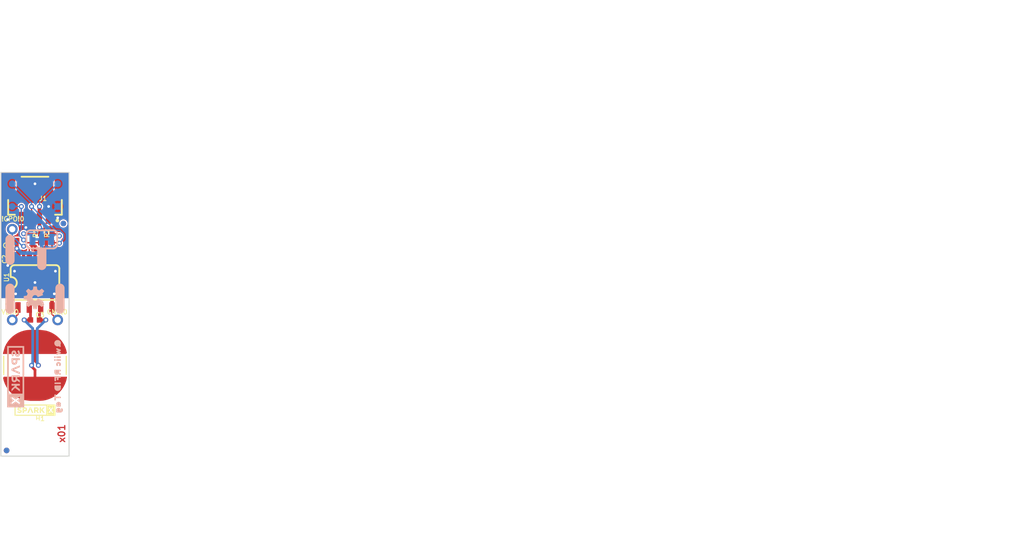
<source format=kicad_pcb>
(kicad_pcb (version 20221018) (generator pcbnew)
  (layers (0 "F.Cu" signal) (31 "B.Cu" signal) (34 "B.Paste" user) (35 "F.Paste" user) (36 "B.SilkS" user "B.Silkscreen") (37 "F.SilkS" user "F.Silkscreen") (38 "B.Mask" user) (39 "F.Mask" user) (44 "Edge.Cuts" user))
  (net 0 "")
  (net 1 "GND")
  (net 2 "SDA")
  (net 3 "SCL")
  (net 4 "3.3V")
  (net 5 "N$1")
  (net 6 "N$2")
  (net 7 "N$3")
  (net 8 "N$4")
  (net 9 "~{GPO}")
  (net 10 "VEH")
  (footprint "working:0402-TIGHT" (layer "F.Cu") (at 148.5011 105.6386)
    (fp_text reference "C3" (at 0 -0.562) (layer "F.SilkS") (effects (font (size 0.512064 0.512064) (thickness 0.097536)) (justify left)))
    (fp_text value "0.5pF" hide)
    (pad "1" smd roundrect (at -0.5 0) (size 0.6 0.6) (layers "F.Cu" "F.Paste" "F.Mask") (roundrect_rratio 0.08466666667) (net 6 "N$2"))
    (pad "2" smd roundrect (at 0.5 0) (size 0.6 0.6) (layers "F.Cu" "F.Paste" "F.Mask") (roundrect_rratio 0.08466666667) (net 5 "N$1"))
  )
  (footprint "working:1X01_1MM_NO_SILK" (layer "F.Cu") (at 145.9611 105.6386)
    (fp_text reference "VEH0" (at -1.27 -0.889) (layer "F.SilkS") (effects (font (size 0.512064 0.512064) (thickness 0.097536)) (justify left)))
    (fp_text value "")
    (pad "1" thru_hole circle (at 0 0 90) (size 1.2 1.2) (drill 0.7) (layers "*.Cu" "*.Mask") (net 10 "VEH"))
  )
  (footprint "working:SO08" (layer "F.Cu") (at 148.5011 101.4476)
    (fp_text reference "U1" (at -3.175 0 90) (layer "F.SilkS") (effects (font (size 0.512064 0.512064) (thickness 0.097536)) (justify left)))
    (fp_text value "ST25DV64KC" hide)
    (pad "1" smd roundrect (at -1.905 2.8) (size 0.6 1.2) (layers "F.Cu" "F.Paste" "F.Mask") (roundrect_rratio 0.08466666667) (net 10 "VEH"))
    (pad "2" smd roundrect (at -0.635 2.8) (size 0.6 1.2) (layers "F.Cu" "F.Paste" "F.Mask") (roundrect_rratio 0.08466666667) (net 6 "N$2"))
    (pad "3" smd roundrect (at 0.635 2.8) (size 0.6 1.2) (layers "F.Cu" "F.Paste" "F.Mask") (roundrect_rratio 0.08466666667) (net 5 "N$1"))
    (pad "4" smd roundrect (at 1.905 2.8) (size 0.6 1.2) (layers "F.Cu" "F.Paste" "F.Mask") (roundrect_rratio 0.08466666667) (net 1 "GND"))
    (pad "5" smd roundrect (at 1.905 -2.8) (size 0.6 1.2) (layers "F.Cu" "F.Paste" "F.Mask") (roundrect_rratio 0.08466666667) (net 2 "SDA"))
    (pad "6" smd roundrect (at 0.635 -2.8) (size 0.6 1.2) (layers "F.Cu" "F.Paste" "F.Mask") (roundrect_rratio 0.08466666667) (net 3 "SCL"))
    (pad "7" smd roundrect (at -0.635 -2.8) (size 0.6 1.2) (layers "F.Cu" "F.Paste" "F.Mask") (roundrect_rratio 0.08466666667) (net 9 "~{GPO}"))
    (pad "8" smd roundrect (at -1.905 -2.8) (size 0.6 1.2) (layers "F.Cu" "F.Paste" "F.Mask") (roundrect_rratio 0.08466666667) (net 4 "3.3V"))
  )
  (footprint "working:CREATIVE_COMMONS" (layer "F.Cu") (at 185.3311 131.0386)
    (fp_text reference "FRAME2" hide)
    (fp_text value "FRAME-LETTER" hide)
  )
  (footprint "working:0402-TIGHT" (layer "F.Cu") (at 149.1361 96.4946 90)
    (fp_text reference "R1" (at 0 -0.562 90) (layer "F.SilkS") (effects (font (size 0.512064 0.512064) (thickness 0.097536)) (justify left)))
    (fp_text value "2.2k" hide)
    (pad "1" smd roundrect (at -0.5 0 90) (size 0.6 0.6) (layers "F.Cu" "F.Paste" "F.Mask") (roundrect_rratio 0.08466666667) (net 3 "SCL"))
    (pad "2" smd roundrect (at 0.5 0 90) (size 0.6 0.6) (layers "F.Cu" "F.Paste" "F.Mask") (roundrect_rratio 0.08466666667) (net 8 "N$4"))
  )
  (footprint "working:0402-TIGHT" (layer "F.Cu") (at 145.9611 96.7486 180)
    (fp_text reference "C1" (at 0 -0.562) (layer "F.SilkS") (effects (font (size 0.512064 0.512064) (thickness 0.097536)) (justify right)))
    (fp_text value "0.1uF" hide)
    (pad "1" smd roundrect (at -0.5 0 180) (size 0.6 0.6) (layers "F.Cu" "F.Paste" "F.Mask") (roundrect_rratio 0.08466666667) (net 4 "3.3V"))
    (pad "2" smd roundrect (at 0.5 0 180) (size 0.6 0.6) (layers "F.Cu" "F.Paste" "F.Mask") (roundrect_rratio 0.08466666667) (net 1 "GND"))
  )
  (footprint "working:1X01_1MM_NO_SILK" (layer "F.Cu") (at 151.0411 105.6386)
    (fp_text reference "GND.0" (at -1.27 -0.889) (layer "F.SilkS") (effects (font (size 0.512064 0.512064) (thickness 0.097536)) (justify left)))
    (fp_text value "")
    (pad "1" thru_hole circle (at 0 0 90) (size 1.2 1.2) (drill 0.7) (layers "*.Cu" "*.Mask") (net 1 "GND"))
  )
  (footprint "working:SPARKX-TINY" (layer "F.Cu") (at 148.5011 115.7351)
    (fp_text reference "U$1" hide)
    (fp_text value "SPARKX-LOGO2" hide)
  )
  (footprint "working:0402-TIGHT" (layer "F.Cu") (at 145.4531 98.2726 -90)
    (fp_text reference "C2" (at 0 0.327 90) (layer "F.SilkS") (effects (font (size 0.512064 0.512064) (thickness 0.097536)) (justify right)))
    (fp_text value "2.2uF" hide)
    (pad "1" smd roundrect (at -0.5 0 270) (size 0.6 0.6) (layers "F.Cu" "F.Paste" "F.Mask") (roundrect_rratio 0.08466666667) (net 4 "3.3V"))
    (pad "2" smd roundrect (at 0.5 0 270) (size 0.6 0.6) (layers "F.Cu" "F.Paste" "F.Mask") (roundrect_rratio 0.08466666667) (net 1 "GND"))
  )
  (footprint "working:JST04_1MM_RA" (layer "F.Cu") (at 148.5011 94.2086 180)
    (fp_text reference "J1" (at -1.397 2.159) (layer "F.SilkS") (effects (font (size 0.512064 0.512064) (thickness 0.097536)) (justify right)))
    (fp_text value "QWIIC_RIGHT_ANGLE" hide)
    (pad "1" smd roundrect (at -1.5 0 180) (size 0.6 1.35) (layers "F.Cu" "F.Paste" "F.Mask") (roundrect_rratio 0.08466666667) (net 1 "GND"))
    (pad "2" smd roundrect (at -0.5 0 180) (size 0.6 1.35) (layers "F.Cu" "F.Paste" "F.Mask") (roundrect_rratio 0.08466666667) (net 4 "3.3V"))
    (pad "3" smd roundrect (at 0.5 0 180) (size 0.6 1.35) (layers "F.Cu" "F.Paste" "F.Mask") (roundrect_rratio 0.08466666667) (net 2 "SDA"))
    (pad "4" smd roundrect (at 1.5 0 180) (size 0.6 1.35) (layers "F.Cu" "F.Paste" "F.Mask") (roundrect_rratio 0.08466666667) (net 3 "SCL"))
    (pad "NC1" smd roundrect (at 2.8 3.675 180) (size 1.2 2) (layers "F.Cu" "F.Paste" "F.Mask") (roundrect_rratio 0.04233333333))
    (pad "NC2" smd roundrect (at -2.8 3.675 180) (size 1.2 2) (layers "F.Cu" "F.Paste" "F.Mask") (roundrect_rratio 0.04233333333))
  )
  (footprint "working:W3102" (layer "F.Cu") (at 148.5011 110.7186 180)
    (fp_text reference "ANT0" hide)
    (fp_text value "4.7μH" hide)
    (fp_poly (pts (xy 3.371654 2.060311) (xy 3.210884 2.385575) (xy 3.206502 2.393277) (xy 3.012686 2.692083) (xy 3.00744 2.699224) (xy 2.780246 2.973509) (xy 2.774206 2.979993) (xy 2.516705 3.226048) (xy 2.509953 3.231787) (xy 2.225628 3.446284) (xy 2.218256 3.4512) (xy 1.910952 3.631238) (xy 1.903059 3.635266) (xy 1.576932 3.778411) (xy 1.568624 3.781494) (xy 1.228083 3.885811) (xy 1.219474 3.88791) (xy 0.869126 3.951986) (xy 0.860332 3.95307) (xy 0.5762 3.971433) (xy 0.5762 3.9762) (xy 0.502456 3.9762) (xy 0.426378 3.981117) (xy 0.426219 3.9762) (xy -0.5 3.9762) (xy -0.509328 3.975627) (xy -1.22171 3.887763) (xy -1.568624 3.781494) (xy -1.576932 3.778411) (xy -1.903059 3.635265) (xy -1.910952 3.631237) (xy -2.218256 3.451199) (xy -2.225628 3.446283) (xy -2.509953 3.231786) (xy -2.516705 3.226047) (xy -2.774206 2.979992) (xy -2.780246 2.973508) (xy -3.00744 2.699223) (xy -3.012686 2.692082) (xy -3.206502 2.393276) (xy -3.210884 2.385574) (xy -3.3687 2.066288) (xy -3.372158 2.058129) (xy -3.49184 1.72268) (xy -3.494327 1.714175) (xy -3.574256 1.3671) (xy -3.5 1.349999) (xy -3.5 1.2738) (xy 3.601677 1.2738)) (fill solid) (layer "F.Cu"))
    (fp_poly (pts (xy -0.426219 -3.9762) (xy 0.5 -3.9762) (xy 0.509328 -3.975627) (xy 1.22171 -3.887763) (xy 1.568624 -3.781494) (xy 1.576932 -3.778411) (xy 1.903059 -3.635265) (xy 1.910952 -3.631237) (xy 2.218256 -3.451199) (xy 2.225628 -3.446283) (xy 2.509953 -3.231786) (xy 2.516705 -3.226047) (xy 2.774206 -2.979992) (xy 2.780246 -2.973508) (xy 3.00744 -2.699223) (xy 3.012686 -2.692082) (xy 3.206502 -2.393276) (xy 3.210884 -2.385574) (xy 3.3687 -2.066288) (xy 3.372158 -2.058129) (xy 3.49184 -1.72268) (xy 3.494327 -1.714175) (xy 3.574256 -1.3671) (xy 3.5 -1.349999) (xy 3.5 -1.2738) (xy -3.595743 -1.2738) (xy -3.494327 -1.714176) (xy -3.49184 -1.722681) (xy -3.372158 -2.058129) (xy -3.3687 -2.066288) (xy -3.210884 -2.385575) (xy -3.206502 -2.393277) (xy -3.012686 -2.692083) (xy -3.00744 -2.699224) (xy -2.780246 -2.973509) (xy -2.774206 -2.979993) (xy -2.516705 -3.226048) (xy -2.509953 -3.231787) (xy -2.225628 -3.446284) (xy -2.218256 -3.4512) (xy -1.910952 -3.631238) (xy -1.903059 -3.635266) (xy -1.576932 -3.778411) (xy -1.568624 -3.781494) (xy -1.228083 -3.885811) (xy -1.219474 -3.88791) (xy -0.869126 -3.951986) (xy -0.860332 -3.95307) (xy -0.5762 -3.971433) (xy -0.5762 -3.9762) (xy -0.502456 -3.9762) (xy -0.426378 -3.981117)) (fill solid) (layer "F.Cu"))
    (pad "1" smd roundrect (at 0 -2 180) (size 1.27 0.635) (layers "F.Cu") (roundrect_rratio 0.08) (net 6 "N$2"))
    (pad "2" smd roundrect (at 0 2 180) (size 1.27 0.635) (layers "F.Cu") (roundrect_rratio 0.08) (net 5 "N$1"))
  )
  (footprint "working:1X01_1MM_NO_SILK" (layer "F.Cu") (at 145.9611 95.4786)
    (fp_text reference "!GPO!0" (at -1.27 -1.143) (layer "F.SilkS") (effects (font (size 0.512064 0.512064) (thickness 0.097536)) (justify left)))
    (fp_text value "")
    (pad "1" thru_hole circle (at 0 0 90) (size 1.2 1.2) (drill 0.7) (layers "*.Cu" "*.Mask") (net 9 "~{GPO}"))
  )
  (footprint "working:STAND-OFF-TIGHT" (layer "F.Cu") (at 148.5011 118.3386)
    (fp_text reference "H1" (at 0 -1.651) (layer "F.SilkS") (effects (font (size 0.512064 0.512064) (thickness 0.097536)) (justify left)))
    (fp_text value "STAND-OFFTIGHT" hide)
    (pad "" np_thru_hole circle (at 0 0) (size 3.048 3.048) (drill 3.048) (layers "*.Cu" "*.Mask"))
  )
  (footprint "working:FIDUCIAL-MICRO" (layer "F.Cu") (at 151.6761 94.8436)
    (fp_text reference "FD1" hide)
    (fp_text value "FIDUCIALUFIDUCIAL" hide)
    (pad "1" smd roundrect (at 0 0) (size 0.635 0.635) (layers "F.Cu" "F.Mask") (roundrect_rratio 0.5))
  )
  (footprint "working:FIDUCIAL-MICRO" (layer "F.Cu") (at 145.3261 120.2436)
    (fp_text reference "FD3" hide)
    (fp_text value "FIDUCIALUFIDUCIAL" hide)
    (pad "1" smd roundrect (at 0 0) (size 0.635 0.635) (layers "F.Cu" "F.Mask") (roundrect_rratio 0.5))
  )
  (footprint "working:ORDERING_INSTRUCTIONS" (layer "F.Cu") (at 157.3911 70.0786)
    (fp_text reference "LOGO1" hide)
    (fp_text value "SPECIAL_INSTRUCTIONS-ORDERING" hide)
  )
  (footprint "working:0402-TIGHT" (layer "F.Cu") (at 150.4061 96.4946 90)
    (fp_text reference "R2" (at 0 -0.562 90) (layer "F.SilkS") (effects (font (size 0.512064 0.512064) (thickness 0.097536)) (justify left)))
    (fp_text value "2.2k" hide)
    (pad "1" smd roundrect (at -0.5 0 90) (size 0.6 0.6) (layers "F.Cu" "F.Paste" "F.Mask") (roundrect_rratio 0.08466666667) (net 2 "SDA"))
    (pad "2" smd roundrect (at 0.5 0 90) (size 0.6 0.6) (layers "F.Cu" "F.Paste" "F.Mask") (roundrect_rratio 0.08466666667) (net 7 "N$3"))
  )
  (footprint "working:PAD.03X.03" (layer "B.Cu") (at 145.9611 92.9386 180)
    (fp_text reference "SCL0" hide)
    (fp_text value "TEST-POINT3" hide)
    (pad "1" smd roundrect (at 0 0 180) (size 0.762 0.762) (layers "B.Cu" "B.Mask") (roundrect_rratio 0.5) (net 3 "SCL"))
  )
  (footprint "working:SMT-JUMPER_3_2-NC_TRACE_SILK" (layer "B.Cu") (at 149.2631 96.6216)
    (fp_text reference "JP1" (at -1.27 1.143) (layer "B.SilkS") (effects (font (size 0.512064 0.512064) (thickness 0.097536)) (justify right mirror)))
    (fp_text value "JUMPER-SMT_3_2-NC_TRACE_SILK" hide)
    (fp_poly (pts (xy -0.50165 -0.13335) (xy -1.23825 -0.13335) (xy -1.23825 0.13335) (xy -0.50165 0.13335)) (fill solid) (layer "B.Cu"))
    (fp_poly (pts (xy 0.53975 -0.13335) (xy -0.53975 -0.13335) (xy -0.53975 0.13335) (xy 0.53975 0.13335)) (fill solid) (layer "B.Cu"))
    (fp_poly (pts (xy 1.23825 -0.13335) (xy 0.50165 -0.13335) (xy 0.50165 0.13335) (xy 1.23825 0.13335)) (fill solid) (layer "B.Cu"))
    (pad "1" smd roundrect (at -1.0414 0) (size 0.6604 1.27) (layers "B.Cu" "B.Mask") (roundrect_rratio 0.07692307692) (net 8 "N$4"))
    (pad "2" smd roundrect (at 0 0) (size 0.6604 1.27) (layers "B.Cu" "B.Mask") (roundrect_rratio 0.07692307692) (net 4 "3.3V"))
    (pad "3" smd roundrect (at 1.0414 0) (size 0.6604 1.27) (layers "B.Cu" "B.Mask") (roundrect_rratio 0.07692307692) (net 7 "N$3"))
  )
  (footprint "working:FIDUCIAL-MICRO" (layer "B.Cu") (at 145.3261 120.2436 180)
    (fp_text reference "FD4" hide)
    (fp_text value "FIDUCIALUFIDUCIAL" hide)
    (pad "1" smd roundrect (at 0 0 180) (size 0.635 0.635) (layers "B.Cu" "B.Mask") (roundrect_rratio 0.5))
  )
  (footprint "working:#GND#0" (layer "B.Cu") (at 151.2951 101.5746 -90)
    (fp_text reference "U$6" hide)
    (fp_text value "" hide)
  )
  (footprint "working:OSHW-LOGO-MINI" (layer "B.Cu") (at 148.5011 103.1621 -90)
    (fp_text reference "LOGO2" hide)
    (fp_text value "OSHW-LOGOMINI" hide)
  )
  (footprint "working:##GPO##0" (layer "B.Cu") (at 145.7071 96.1136 -90)
    (fp_text reference "U$2" hide)
    (fp_text value "" hide)
  )
  (footprint "working:FIDUCIAL-MICRO" (layer "B.Cu") (at 151.6761 94.8436 180)
    (fp_text reference "FD2" hide)
    (fp_text value "FIDUCIALUFIDUCIAL" hide)
    (pad "1" smd roundrect (at 0 0 180) (size 0.635 0.635) (layers "B.Cu" "B.Mask") (roundrect_rratio 0.5))
  )
  (footprint "working:PAD.03X.03" (layer "B.Cu") (at 145.9611 90.3986 180)
    (fp_text reference "SDA0" hide)
    (fp_text value "TEST-POINT3" hide)
    (pad "1" smd roundrect (at 0 0 180) (size 0.762 0.762) (layers "B.Cu" "B.Mask") (roundrect_rratio 0.5) (net 2 "SDA"))
  )
  (footprint "working:PAD.03X.03" (layer "B.Cu") (at 151.0411 90.3986 180)
    (fp_text reference "UNK3V3" hide)
    (fp_text value "TEST-POINT3" hide)
    (pad "1" smd roundrect (at 0 0 180) (size 0.762 0.762) (layers "B.Cu" "B.Mask") (roundrect_rratio 0.5) (net 4 "3.3V"))
  )
  (footprint "working:PAD.03X.03" (layer "B.Cu") (at 151.0411 92.9386 180)
    (fp_text reference "GND0" hide)
    (fp_text value "TEST-POINT3" hide)
    (pad "1" smd roundrect (at 0 0 180) (size 0.762 0.762) (layers "B.Cu" "B.Mask") (roundrect_rratio 0.5) (net 1 "GND"))
  )
  (footprint "working:#I�C#0" (layer "B.Cu") (at 149.2631 97.3836 -90)
    (fp_text reference "U$5" hide)
    (fp_text value "" hide)
  )
  (footprint "working:QWIIC_RFID_TAG0" (layer "B.Cu") (at 151.0411 111.9886 -90)
    (fp_text reference "U$3" hide)
    (fp_text value "" hide)
  )
  (footprint "working:#VEH#0" (layer "B.Cu") (at 145.7071 101.5746 -90)
    (fp_text reference "U$4" hide)
    (fp_text value "" hide)
  )
  (footprint "working:SPARKX-SMALL" (layer "B.Cu") (at 146.3421 111.9886 -90)
    (fp_text reference "U$20" hide)
    (fp_text value "SPARKX-LOGO3" hide)
  )
  (gr_line (start 152.3111 120.8786) (end 152.3111 89.1286) (stroke (width 0.1016)) (layer "Edge.Cuts"))
  (gr_line (start 152.3111 89.1286) (end 144.6911 89.1286) (stroke (width 0.1016)) (layer "Edge.Cuts"))
  (gr_line (start 144.6911 120.8786) (end 152.3111 120.8786) (stroke (width 0.1016)) (layer "Edge.Cuts"))
  (gr_line (start 144.6911 89.1286) (end 144.6911 120.8786) (stroke (width 0.1016)) (layer "Edge.Cuts"))
  (gr_text "x01" (at 151.4856 118.3386 90) (layer "F.Cu") (effects (font (size 0.75565 0.75565) (thickness 0.13335))))
  (segment (start 150.6601 102.7176) (end 150.4061 102.9716) (width 0.4064) (layer "F.Cu") (net 1))
  (segment (start 145.0721 96.3596) (end 145.0721 94.7801) (width 0.3048) (layer "F.Cu") (net 1))
  (segment (start 150.4061 102.9716) (end 150.4061 104.2476) (width 0.4064) (layer "F.Cu") (net 1))
  (segment (start 145.0721 94.7801) (end 145.4531 94.3991) (width 0.3048) (layer "F.Cu") (net 1))
  (segment (start 150.4061 104.2476) (end 150.4061 105.0036) (width 0.1524) (layer "F.Cu") (net 1))
  (segment (start 145.4611 96.7486) (end 145.0721 96.3596) (width 0.3048) (layer "F.Cu") (net 1))
  (segment (start 150.4061 105.0036) (end 151.0411 105.6386) (width 0.1524) (layer "F.Cu") (net 1))
  (via (at 151.0411 94.2086) (size 0.554) (drill 0.3) (layers "F.Cu" "B.Cu") (net 1))
  (via (at 148.5011 90.3986) (size 0.554) (drill 0.3) (layers "F.Cu" "B.Cu") (net 1))
  (via (at 146.3421 102.7176) (size 0.554) (drill 0.3) (layers "F.Cu" "B.Cu") (net 1))
  (via (at 150.6601 102.7176) (size 0.554) (drill 0.3) (layers "F.Cu" "B.Cu") (net 1))
  (via (at 147.4851 95.2881) (size 0.554) (drill 0.3) (layers "F.Cu" "B.Cu") (net 1))
  (via (at 146.2151 100.1776) (size 0.554) (drill 0.3) (layers "F.Cu" "B.Cu") (net 1))
  (via (at 145.4531 99.5426) (size 0.554) (drill 0.3) (layers "F.Cu" "B.Cu") (net 1))
  (via (at 150.7871 100.1776) (size 0.554) (drill 0.3) (layers "F.Cu" "B.Cu") (net 1))
  (via (at 148.5011 101.4476) (size 0.554) (drill 0.3) (layers "F.Cu" "B.Cu") (net 1))
  (via (at 150.0251 92.9386) (size 0.554) (drill 0.3) (layers "F.Cu" "B.Cu") (net 1))
  (via (at 145.4531 94.3991) (size 0.554) (drill 0.3) (layers "F.Cu" "B.Cu") (net 1))
  (segment (start 151.1681 95.3262) (end 151.391443 95.3262) (width 0.1524) (layer "B.Cu") (net 1))
  (segment (start 151.0411 94.2086) (end 151.0411 95.1992) (width 0.1524) (layer "B.Cu") (net 1))
  (segment (start 151.391443 95.3262) (end 152.0063 95.941057) (width 0.1524) (layer "B.Cu") (net 1))
  (segment (start 151.0411 95.1992) (end 151.1681 95.3262) (width 0.1524) (layer "B.Cu") (net 1))
  (segment (start 152.0063 95.941057) (end 152.0063 98.9584) (width 0.1524) (layer "B.Cu") (net 1))
  (segment (start 152.0063 98.9584) (end 150.7871 100.1776) (width 0.1524) (layer "B.Cu") (net 1))
  (segment (start 150.4061 98.6476) (end 150.4061 96.9946) (width 0.1524) (layer "F.Cu") (net 2))
  (segment (start 151.1776 96.9946) (end 151.2316 97.0486) (width 0.1524) (layer "F.Cu") (net 2))
  (segment (start 150.4061 96.9946) (end 151.1776 96.9946) (width 0.1524) (layer "F.Cu") (net 2))
  (segment (start 148.1201 92.9386) (end 148.1201 94.0896) (width 0.1524) (layer "F.Cu") (net 2))
  (segment (start 148.0011 94.2086) (end 148.1201 94.0896) (width 0.1524) (layer "F.Cu") (net 2))
  (via (at 148.1201 92.9386) (size 0.554) (drill 0.3) (layers "F.Cu" "B.Cu") (net 2))
  (via (at 151.2316 97.0486) (size 0.554) (drill 0.3) (layers "F.Cu" "B.Cu") (net 2))
  (segment (start 151.7118 96.041694) (end 151.7118 96.5684) (width 0.1524) (layer "B.Cu") (net 2))
  (segment (start 148.1201 92.5576) (end 145.9611 90.3986) (width 0.1524) (layer "B.Cu") (net 2))
  (segment (start 151.7118 96.5684) (end 151.2316 97.0486) (width 0.1524) (layer "B.Cu") (net 2))
  (segment (start 150.7871 95.6056) (end 148.1201 92.9386) (width 0.1524) (layer "B.Cu") (net 2))
  (segment (start 151.275706 95.6056) (end 151.7118 96.041694) (width 0.1524) (layer "B.Cu") (net 2))
  (segment (start 148.1201 92.9386) (end 148.1201 92.5576) (width 0.1524) (layer "B.Cu") (net 2))
  (segment (start 150.7871 95.6056) (end 151.275706 95.6056) (width 0.1524) (layer "B.Cu") (net 2))
  (segment (start 147.5406 96.9946) (end 147.2311 96.6851) (width 0.1524) (layer "F.Cu") (net 3))
  (segment (start 149.1361 96.9946) (end 147.5406 96.9946) (width 0.1524) (layer "F.Cu") (net 3))
  (segment (start 147.0011 94.2086) (end 146.9771 94.1846) (width 0.1524) (layer "F.Cu") (net 3))
  (segment (start 146.9771 92.9386) (end 146.9771 94.1846) (width 0.1524) (layer "F.Cu") (net 3))
  (segment (start 149.1361 98.6476) (end 149.1361 96.9946) (width 0.1524) (layer "F.Cu") (net 3))
  (via (at 146.9771 92.9386) (size 0.554) (drill 0.3) (layers "F.Cu" "B.Cu") (net 3))
  (via (at 147.2311 96.6851) (size 0.554) (drill 0.3) (layers "F.Cu" "B.Cu") (net 3))
  (segment (start 146.9771 92.9386) (end 146.9771 95.4786) (width 0.1524) (layer "B.Cu") (net 3))
  (segment (start 146.7231 95.7326) (end 146.7231 96.1771) (width 0.1524) (layer "B.Cu") (net 3))
  (segment (start 146.7231 96.1771) (end 147.2311 96.6851) (width 0.1524) (layer "B.Cu") (net 3))
  (segment (start 146.9771 95.4786) (end 146.7231 95.7326) (width 0.1524) (layer "B.Cu") (net 3))
  (segment (start 145.9611 92.9386) (end 146.9771 92.9386) (width 0.1524) (layer "B.Cu") (net 3))
  (segment (start 146.4611 96.7486) (end 146.4691 96.7566) (width 0.4064) (layer "F.Cu") (net 4))
  (segment (start 145.4531 97.7726) (end 145.5246 97.7011) (width 0.4064) (layer "F.Cu") (net 4))
  (segment (start 149.0011 92.9466) (end 149.0091 92.9386) (width 0.4064) (layer "F.Cu") (net 4))
  (segment (start 146.4056 97.7011) (end 146.4691 97.6376) (width 0.4064) (layer "F.Cu") (net 4))
  (segment (start 149.0011 94.2086) (end 149.0011 92.9466) (width 0.4064) (layer "F.Cu") (net 4))
  (segment (start 146.5961 97.7646) (end 146.4691 97.6376) (width 0.4064) (layer "F.Cu") (net 4))
  (segment (start 146.4056 97.7011) (end 145.5246 97.7011) (width 0.4064) (layer "F.Cu") (net 4))
  (segment (start 146.5961 98.6476) (end 146.5961 97.7646) (width 0.4064) (layer "F.Cu") (net 4))
  (segment (start 146.4691 96.7566) (end 146.4691 97.6376) (width 0.4064) (layer "F.Cu") (net 4))
  (segment (start 149.0011 95.2801) (end 149.0091 95.2881) (width 0.4064) (layer "F.Cu") (net 4))
  (segment (start 149.0011 94.2086) (end 149.0011 95.2801) (width 0.4064) (layer "F.Cu") (net 4))
  (via (at 146.4691 97.6376) (size 0.554) (drill 0.3) (layers "F.Cu" "B.Cu") (net 4))
  (via (at 149.0091 92.9386) (size 0.554) (drill 0.3) (layers "F.Cu" "B.Cu") (net 4))
  (via (at 149.0091 95.2881) (size 0.554) (drill 0.3) (layers "F.Cu" "B.Cu") (net 4))
  (segment (start 146.4691 97.6376) (end 146.9771 98.1456) (width 0.4064) (layer "B.Cu") (net 4))
  (segment (start 149.0091 95.2881) (end 149.2631 95.5421) (width 0.4064) (layer "B.Cu") (net 4))
  (segment (start 149.2631 95.5421) (end 149.2631 96.6216) (width 0.4064) (layer "B.Cu") (net 4))
  (segment (start 151.0411 90.3986) (end 149.0091 92.4306) (width 0.1524) (layer "B.Cu") (net 4))
  (segment (start 149.0091 92.9386) (end 149.0091 92.4306) (width 0.1524) (layer "B.Cu") (net 4))
  (segment (start 148.7551 98.1456) (end 149.2631 97.6376) (width 0.4064) (layer "B.Cu") (net 4))
  (segment (start 146.9771 98.1456) (end 148.7551 98.1456) (width 0.4064) (layer "B.Cu") (net 4))
  (segment (start 149.2631 97.6376) (end 149.2631 96.6216) (width 0.4064) (layer "B.Cu") (net 4))
  (segment (start 148.8821 110.5916) (end 148.8821 110.7186) (width 0.3048) (layer "F.Cu") (net 5))
  (segment (start 149.0011 105.6386) (end 149.0011 104.3826) (width 0.3048) (layer "F.Cu") (net 5))
  (segment (start 149.0011 104.3826) (end 149.1361 104.2476) (width 0.3048) (layer "F.Cu") (net 5))
  (segment (start 148.5011 108.7186) (end 148.5011 110.2106) (width 0.3048) (layer "F.Cu") (net 5))
  (segment (start 149.0011 105.6386) (end 149.7076 105.6386) (width 0.3048) (layer "F.Cu") (net 5))
  (segment (start 148.8821 110.5916) (end 148.5011 110.2106) (width 0.3048) (layer "F.Cu") (net 5))
  (via (at 148.8821 110.7186) (size 0.554) (drill 0.3) (layers "F.Cu" "B.Cu") (net 5))
  (via (at 149.7076 105.6386) (size 0.554) (drill 0.3) (layers "F.Cu" "B.Cu") (net 5))
  (segment (start 148.7551 106.5911) (end 148.7551 110.5916) (width 0.3048) (layer "B.Cu") (net 5))
  (segment (start 149.7076 105.6386) (end 148.7551 106.5911) (width 0.3048) (layer "B.Cu") (net 5))
  (segment (start 148.7551 110.5916) (end 148.8821 110.7186) (width 0.3048) (layer "B.Cu") (net 5))
  (segment (start 148.5011 111.2266) (end 148.1201 110.8456) (width 0.3048) (layer "F.Cu") (net 6))
  (segment (start 148.0011 104.3826) (end 148.0011 105.6386) (width 0.3048) (layer "F.Cu") (net 6))
  (segment (start 148.5011 112.7186) (end 148.5011 111.2266) (width 0.3048) (layer "F.Cu") (net 6))
  (segment (start 147.8661 104.2476) (end 148.0011 104.3826) (width 0.3048) (layer "F.Cu") (net 6))
  (segment (start 148.0011 105.6386) (end 147.2946 105.6386) (width 0.3048) (layer "F.Cu") (net 6))
  (segment (start 148.1201 110.8456) (end 148.1201 110.7186) (width 0.3048) (layer "F.Cu") (net 6))
  (via (at 147.2946 105.6386) (size 0.554) (drill 0.3) (layers "F.Cu" "B.Cu") (net 6))
  (via (at 148.1201 110.7186) (size 0.554) (drill 0.3) (layers "F.Cu" "B.Cu") (net 6))
  (segment (start 148.2471 110.5916) (end 148.1201 110.7186) (width 0.3048) (layer "B.Cu") (net 6))
  (segment (start 147.2946 105.6386) (end 148.2471 106.5911) (width 0.3048) (layer "B.Cu") (net 6))
  (segment (start 148.2471 106.5911) (end 148.2471 110.5916) (width 0.3048) (layer "B.Cu") (net 6))
  (segment (start 150.9856 95.9946) (end 150.4061 95.9946) (width 0.1524) (layer "F.Cu") (net 7))
  (segment (start 151.2316 96.2406) (end 150.9856 95.9946) (width 0.1524) (layer "F.Cu") (net 7))
  (via (at 151.2316 96.2406) (size 0.554) (drill 0.3) (layers "F.Cu" "B.Cu") (net 7))
  (segment (start 151.2316 96.2406) (end 151.1046 96.1136) (width 0.1524) (layer "B.Cu") (net 7))
  (segment (start 150.3045 96.1136) (end 150.3045 96.6216) (width 0.1524) (layer "B.Cu") (net 7))
  (segment (start 151.1046 96.1136) (end 150.3045 96.1136) (width 0.1524) (layer "B.Cu") (net 7))
  (segment (start 149.1281 95.9866) (end 147.2311 95.9866) (width 0.1524) (layer "F.Cu") (net 8))
  (segment (start 149.1361 95.9946) (end 149.1281 95.9866) (width 0.1524) (layer "F.Cu") (net 8))
  (via (at 147.2311 95.9866) (size 0.554) (drill 0.3) (layers "F.Cu" "B.Cu") (net 8))
  (segment (start 148.2217 96.2406) (end 148.0947 96.1136) (width 0.1524) (layer "B.Cu") (net 8))
  (segment (start 148.2217 96.2406) (end 148.2217 96.6216) (width 0.1524) (layer "B.Cu") (net 8))
  (segment (start 148.0947 96.1136) (end 147.3581 96.1136) (width 0.1524) (layer "B.Cu") (net 8))
  (segment (start 147.3581 96.1136) (end 147.2311 95.9866) (width 0.1524) (layer "B.Cu") (net 8))
  (segment (start 147.8661 97.6316) (end 147.6181 97.3836) (width 0.1524) (layer "F.Cu") (net 9))
  (segment (start 147.2311 97.3836) (end 147.6181 97.3836) (width 0.1524) (layer "F.Cu") (net 9))
  (segment (start 147.8661 98.6476) (end 147.8661 97.6316) (width 0.1524) (layer "F.Cu") (net 9))
  (via (at 147.2311 97.3836) (size 0.554) (drill 0.3) (layers "F.Cu" "B.Cu") (net 9))
  (segment (start 145.9611 95.4786) (end 145.9611 96.2406) (width 0.1524) (layer "B.Cu") (net 9))
  (segment (start 145.9611 96.2406) (end 147.1041 97.3836) (width 0.1524) (layer "B.Cu") (net 9))
  (segment (start 147.1041 97.3836) (end 147.2311 97.3836) (width 0.1524) (layer "B.Cu") (net 9))
  (segment (start 146.5961 105.0036) (end 145.9611 105.6386) (width 0.1524) (layer "F.Cu") (net 10))
  (segment (start 146.5961 104.2476) (end 146.5961 105.0036) (width 0.1524) (layer "F.Cu") (net 10))
  (zone (net 1) (net_name "GND") (layer "F.Cu") (priority 4) (connect_pads (clearance 0.1524)) (min_thickness 0.1016) (fill yes (thermal_gap 0.2532) (thermal_bridge_width 0.2532))
    (polygon (pts (xy 152.4127 103.2002) (xy 144.5895 103.2002) (xy 144.5895 89.027) (xy 152.4127 89.027)))
  )
  (zone (net 1) (net_name "GND") (layer "B.Cu") (priority 4) (connect_pads (clearance 0.1524)) (min_thickness 0.1016) (fill yes (thermal_gap 0.2532) (thermal_bridge_width 0.2532))
    (polygon (pts (xy 152.4127 103.2002) (xy 144.5895 103.2002) (xy 144.5895 89.027) (xy 152.4127 89.027)))
  )
)
</source>
